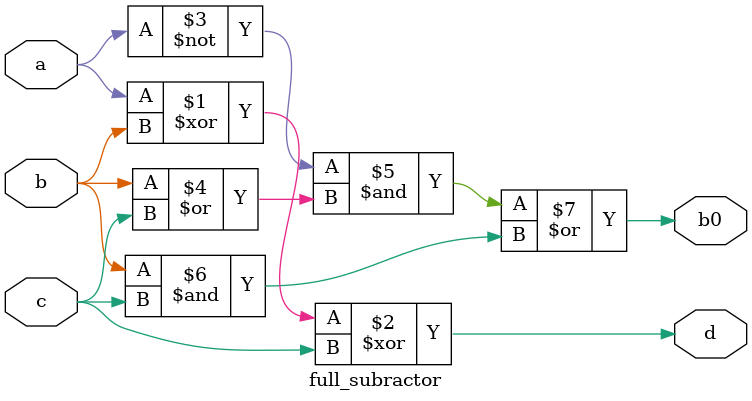
<source format=v>
`timescale 1ns / 1ps


module full_subractor(
input wire a ,b ,c,
output wire d,b0
    );
    
assign d = a ^ b ^c;
assign b0 = ~a&(b|c) | (b&c);    
    
endmodule

</source>
